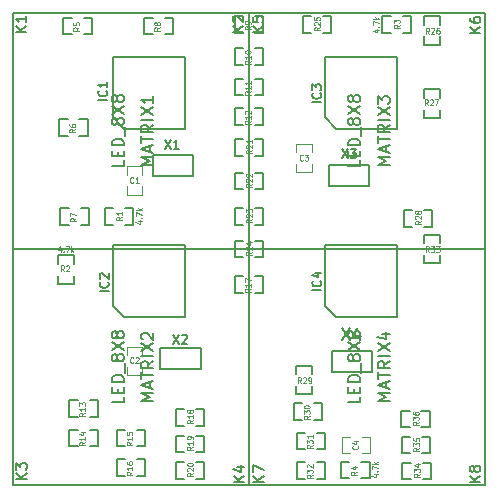
<source format=gto>
G04 (created by PCBNEW (2013-jul-07)-stable) date Thu 09 Apr 2015 12:34:56 PM PDT*
%MOIN*%
G04 Gerber Fmt 3.4, Leading zero omitted, Abs format*
%FSLAX34Y34*%
G01*
G70*
G90*
G04 APERTURE LIST*
%ADD10C,0.00590551*%
%ADD11C,0.008*%
%ADD12C,0.0047*%
%ADD13C,0.006*%
%ADD14C,0.005*%
%ADD15C,0.0045*%
G04 APERTURE END LIST*
G54D10*
G54D11*
X35266Y-35318D02*
X34916Y-35318D01*
X35266Y-35118D02*
X35066Y-35268D01*
X34916Y-35118D02*
X35116Y-35318D01*
X35066Y-34918D02*
X35050Y-34951D01*
X35033Y-34968D01*
X35000Y-34985D01*
X34983Y-34985D01*
X34950Y-34968D01*
X34933Y-34951D01*
X34916Y-34918D01*
X34916Y-34851D01*
X34933Y-34818D01*
X34950Y-34801D01*
X34983Y-34785D01*
X35000Y-34785D01*
X35033Y-34801D01*
X35050Y-34818D01*
X35066Y-34851D01*
X35066Y-34918D01*
X35083Y-34951D01*
X35100Y-34968D01*
X35133Y-34985D01*
X35200Y-34985D01*
X35233Y-34968D01*
X35250Y-34951D01*
X35266Y-34918D01*
X35266Y-34851D01*
X35250Y-34818D01*
X35233Y-34801D01*
X35200Y-34785D01*
X35133Y-34785D01*
X35100Y-34801D01*
X35083Y-34818D01*
X35066Y-34851D01*
X28046Y-35308D02*
X27696Y-35308D01*
X28046Y-35108D02*
X27846Y-35258D01*
X27696Y-35108D02*
X27896Y-35308D01*
X27696Y-34991D02*
X27696Y-34758D01*
X28046Y-34908D01*
X35276Y-20353D02*
X34926Y-20353D01*
X35276Y-20153D02*
X35076Y-20303D01*
X34926Y-20153D02*
X35126Y-20353D01*
X34926Y-19853D02*
X34926Y-19920D01*
X34943Y-19953D01*
X34960Y-19970D01*
X35010Y-20003D01*
X35076Y-20020D01*
X35210Y-20020D01*
X35243Y-20003D01*
X35260Y-19986D01*
X35276Y-19953D01*
X35276Y-19886D01*
X35260Y-19853D01*
X35243Y-19836D01*
X35210Y-19820D01*
X35126Y-19820D01*
X35093Y-19836D01*
X35076Y-19853D01*
X35060Y-19886D01*
X35060Y-19953D01*
X35076Y-19986D01*
X35093Y-20003D01*
X35126Y-20020D01*
X28041Y-20333D02*
X27691Y-20333D01*
X28041Y-20133D02*
X27841Y-20283D01*
X27691Y-20133D02*
X27891Y-20333D01*
X27691Y-19816D02*
X27691Y-19983D01*
X27858Y-20000D01*
X27841Y-19983D01*
X27825Y-19950D01*
X27825Y-19866D01*
X27841Y-19833D01*
X27858Y-19816D01*
X27891Y-19800D01*
X27975Y-19800D01*
X28008Y-19816D01*
X28025Y-19833D01*
X28041Y-19866D01*
X28041Y-19950D01*
X28025Y-19983D01*
X28008Y-20000D01*
X27406Y-35308D02*
X27056Y-35308D01*
X27406Y-35108D02*
X27206Y-35258D01*
X27056Y-35108D02*
X27256Y-35308D01*
X27173Y-34808D02*
X27406Y-34808D01*
X27040Y-34891D02*
X27290Y-34975D01*
X27290Y-34758D01*
X20146Y-35238D02*
X19796Y-35238D01*
X20146Y-35038D02*
X19946Y-35188D01*
X19796Y-35038D02*
X19996Y-35238D01*
X19796Y-34921D02*
X19796Y-34705D01*
X19930Y-34821D01*
X19930Y-34771D01*
X19946Y-34738D01*
X19963Y-34721D01*
X19996Y-34705D01*
X20080Y-34705D01*
X20113Y-34721D01*
X20130Y-34738D01*
X20146Y-34771D01*
X20146Y-34871D01*
X20130Y-34905D01*
X20113Y-34921D01*
X27371Y-20318D02*
X27021Y-20318D01*
X27371Y-20118D02*
X27171Y-20268D01*
X27021Y-20118D02*
X27221Y-20318D01*
X27055Y-19985D02*
X27038Y-19968D01*
X27021Y-19935D01*
X27021Y-19851D01*
X27038Y-19818D01*
X27055Y-19801D01*
X27088Y-19785D01*
X27121Y-19785D01*
X27171Y-19801D01*
X27371Y-20001D01*
X27371Y-19785D01*
X20141Y-20328D02*
X19791Y-20328D01*
X20141Y-20128D02*
X19941Y-20278D01*
X19791Y-20128D02*
X19991Y-20328D01*
X20141Y-19795D02*
X20141Y-19995D01*
X20141Y-19895D02*
X19791Y-19895D01*
X19841Y-19928D01*
X19875Y-19961D01*
X19891Y-19995D01*
G54D12*
X23484Y-25472D02*
X23484Y-25747D01*
X23484Y-25078D02*
X23484Y-24803D01*
X23996Y-25472D02*
X23996Y-25747D01*
X23996Y-24803D02*
X23996Y-25078D01*
X23990Y-25747D02*
X23490Y-25747D01*
X23490Y-24803D02*
X23990Y-24803D01*
G54D11*
X24370Y-24409D02*
X25708Y-24409D01*
X25708Y-24409D02*
X25708Y-25117D01*
X25708Y-25117D02*
X24370Y-25117D01*
X24370Y-25117D02*
X24370Y-24409D01*
X24606Y-30866D02*
X25944Y-30866D01*
X25944Y-30866D02*
X25944Y-31574D01*
X25944Y-31574D02*
X24606Y-31574D01*
X24606Y-31574D02*
X24606Y-30866D01*
X30236Y-24764D02*
X31574Y-24764D01*
X31574Y-24764D02*
X31574Y-25472D01*
X31574Y-25472D02*
X30236Y-25472D01*
X30236Y-25472D02*
X30236Y-24764D01*
X30315Y-30945D02*
X31653Y-30945D01*
X31653Y-30945D02*
X31653Y-31653D01*
X31653Y-31653D02*
X30315Y-31653D01*
X30315Y-31653D02*
X30315Y-30945D01*
G54D12*
X23484Y-31496D02*
X23484Y-31771D01*
X23484Y-31102D02*
X23484Y-30827D01*
X23996Y-31496D02*
X23996Y-31771D01*
X23996Y-30827D02*
X23996Y-31102D01*
X23990Y-31771D02*
X23490Y-31771D01*
X23490Y-30827D02*
X23990Y-30827D01*
G54D13*
X23012Y-23167D02*
X23012Y-21517D01*
X23012Y-21517D02*
X23012Y-21142D01*
X23012Y-21142D02*
X25412Y-21142D01*
X25412Y-21142D02*
X25412Y-23542D01*
X25412Y-23542D02*
X23387Y-23542D01*
X23387Y-23542D02*
X23012Y-23167D01*
X23012Y-29466D02*
X23012Y-27816D01*
X23012Y-27816D02*
X23012Y-27441D01*
X23012Y-27441D02*
X25412Y-27441D01*
X25412Y-27441D02*
X25412Y-29841D01*
X25412Y-29841D02*
X23387Y-29841D01*
X23387Y-29841D02*
X23012Y-29466D01*
X30099Y-23167D02*
X30099Y-21517D01*
X30099Y-21517D02*
X30099Y-21142D01*
X30099Y-21142D02*
X32499Y-21142D01*
X32499Y-21142D02*
X32499Y-23542D01*
X32499Y-23542D02*
X30474Y-23542D01*
X30474Y-23542D02*
X30099Y-23167D01*
X30099Y-29466D02*
X30099Y-27816D01*
X30099Y-27816D02*
X30099Y-27441D01*
X30099Y-27441D02*
X32499Y-27441D01*
X32499Y-27441D02*
X32499Y-29841D01*
X32499Y-29841D02*
X30474Y-29841D01*
X30474Y-29841D02*
X30099Y-29466D01*
G54D12*
X29133Y-24724D02*
X29133Y-24999D01*
X29133Y-24330D02*
X29133Y-24055D01*
X29645Y-24724D02*
X29645Y-24999D01*
X29645Y-24055D02*
X29645Y-24330D01*
X29639Y-24999D02*
X29139Y-24999D01*
X29139Y-24055D02*
X29639Y-24055D01*
X31319Y-34350D02*
X31594Y-34350D01*
X30925Y-34350D02*
X30650Y-34350D01*
X31319Y-33838D02*
X31594Y-33838D01*
X30650Y-33838D02*
X30925Y-33838D01*
X31594Y-33844D02*
X31594Y-34344D01*
X30650Y-34344D02*
X30650Y-33844D01*
G54D14*
X32913Y-32953D02*
X32635Y-32953D01*
X32635Y-32953D02*
X32635Y-33503D01*
X32635Y-33503D02*
X32913Y-33503D01*
X33585Y-32953D02*
X33307Y-32953D01*
X33585Y-32953D02*
X33585Y-33503D01*
X33585Y-33503D02*
X33307Y-33503D01*
X32932Y-33819D02*
X32654Y-33819D01*
X32654Y-33819D02*
X32654Y-34369D01*
X32654Y-34369D02*
X32932Y-34369D01*
X33604Y-33819D02*
X33326Y-33819D01*
X33604Y-33819D02*
X33604Y-34369D01*
X33604Y-34369D02*
X33326Y-34369D01*
X32952Y-34685D02*
X32674Y-34685D01*
X32674Y-34685D02*
X32674Y-35235D01*
X32674Y-35235D02*
X32952Y-35235D01*
X33624Y-34685D02*
X33346Y-34685D01*
X33624Y-34685D02*
X33624Y-35235D01*
X33624Y-35235D02*
X33346Y-35235D01*
X33936Y-27362D02*
X33936Y-27084D01*
X33936Y-27084D02*
X33386Y-27084D01*
X33386Y-27084D02*
X33386Y-27362D01*
X33936Y-28034D02*
X33936Y-27756D01*
X33936Y-28034D02*
X33386Y-28034D01*
X33386Y-28034D02*
X33386Y-27756D01*
X29822Y-35215D02*
X30100Y-35215D01*
X30100Y-35215D02*
X30100Y-34665D01*
X30100Y-34665D02*
X29822Y-34665D01*
X29150Y-35215D02*
X29428Y-35215D01*
X29150Y-35215D02*
X29150Y-34665D01*
X29150Y-34665D02*
X29428Y-34665D01*
X29822Y-34231D02*
X30100Y-34231D01*
X30100Y-34231D02*
X30100Y-33681D01*
X30100Y-33681D02*
X29822Y-33681D01*
X29150Y-34231D02*
X29428Y-34231D01*
X29150Y-34231D02*
X29150Y-33681D01*
X29150Y-33681D02*
X29428Y-33681D01*
X29724Y-33247D02*
X30002Y-33247D01*
X30002Y-33247D02*
X30002Y-32697D01*
X30002Y-32697D02*
X29724Y-32697D01*
X29052Y-33247D02*
X29330Y-33247D01*
X29052Y-33247D02*
X29052Y-32697D01*
X29052Y-32697D02*
X29330Y-32697D01*
X29664Y-31732D02*
X29664Y-31454D01*
X29664Y-31454D02*
X29114Y-31454D01*
X29114Y-31454D02*
X29114Y-31732D01*
X29664Y-32404D02*
X29664Y-32126D01*
X29664Y-32404D02*
X29114Y-32404D01*
X29114Y-32404D02*
X29114Y-32126D01*
X32991Y-26260D02*
X32713Y-26260D01*
X32713Y-26260D02*
X32713Y-26810D01*
X32713Y-26810D02*
X32991Y-26810D01*
X33663Y-26260D02*
X33385Y-26260D01*
X33663Y-26260D02*
X33663Y-26810D01*
X33663Y-26810D02*
X33385Y-26810D01*
X33386Y-22913D02*
X33386Y-23191D01*
X33386Y-23191D02*
X33936Y-23191D01*
X33936Y-23191D02*
X33936Y-22913D01*
X33386Y-22241D02*
X33386Y-22519D01*
X33386Y-22241D02*
X33936Y-22241D01*
X33936Y-22241D02*
X33936Y-22519D01*
X33936Y-20078D02*
X33936Y-19800D01*
X33936Y-19800D02*
X33386Y-19800D01*
X33386Y-19800D02*
X33386Y-20078D01*
X33936Y-20750D02*
X33936Y-20472D01*
X33936Y-20750D02*
X33386Y-20750D01*
X33386Y-20750D02*
X33386Y-20472D01*
X29625Y-19803D02*
X29347Y-19803D01*
X29347Y-19803D02*
X29347Y-20353D01*
X29347Y-20353D02*
X29625Y-20353D01*
X30297Y-19803D02*
X30019Y-19803D01*
X30297Y-19803D02*
X30297Y-20353D01*
X30297Y-20353D02*
X30019Y-20353D01*
X27362Y-27284D02*
X27084Y-27284D01*
X27084Y-27284D02*
X27084Y-27834D01*
X27084Y-27834D02*
X27362Y-27834D01*
X28034Y-27284D02*
X27756Y-27284D01*
X28034Y-27284D02*
X28034Y-27834D01*
X28034Y-27834D02*
X27756Y-27834D01*
X27362Y-26201D02*
X27084Y-26201D01*
X27084Y-26201D02*
X27084Y-26751D01*
X27084Y-26751D02*
X27362Y-26751D01*
X28034Y-26201D02*
X27756Y-26201D01*
X28034Y-26201D02*
X28034Y-26751D01*
X28034Y-26751D02*
X27756Y-26751D01*
X27362Y-25020D02*
X27084Y-25020D01*
X27084Y-25020D02*
X27084Y-25570D01*
X27084Y-25570D02*
X27362Y-25570D01*
X28034Y-25020D02*
X27756Y-25020D01*
X28034Y-25020D02*
X28034Y-25570D01*
X28034Y-25570D02*
X27756Y-25570D01*
X27362Y-23898D02*
X27084Y-23898D01*
X27084Y-23898D02*
X27084Y-24448D01*
X27084Y-24448D02*
X27362Y-24448D01*
X28034Y-23898D02*
X27756Y-23898D01*
X28034Y-23898D02*
X28034Y-24448D01*
X28034Y-24448D02*
X27756Y-24448D01*
X25393Y-34665D02*
X25115Y-34665D01*
X25115Y-34665D02*
X25115Y-35215D01*
X25115Y-35215D02*
X25393Y-35215D01*
X26065Y-34665D02*
X25787Y-34665D01*
X26065Y-34665D02*
X26065Y-35215D01*
X26065Y-35215D02*
X25787Y-35215D01*
X25393Y-33780D02*
X25115Y-33780D01*
X25115Y-33780D02*
X25115Y-34330D01*
X25115Y-34330D02*
X25393Y-34330D01*
X26065Y-33780D02*
X25787Y-33780D01*
X26065Y-33780D02*
X26065Y-34330D01*
X26065Y-34330D02*
X25787Y-34330D01*
X25393Y-32894D02*
X25115Y-32894D01*
X25115Y-32894D02*
X25115Y-33444D01*
X25115Y-33444D02*
X25393Y-33444D01*
X26065Y-32894D02*
X25787Y-32894D01*
X26065Y-32894D02*
X26065Y-33444D01*
X26065Y-33444D02*
X25787Y-33444D01*
X27756Y-29015D02*
X28034Y-29015D01*
X28034Y-29015D02*
X28034Y-28465D01*
X28034Y-28465D02*
X27756Y-28465D01*
X27084Y-29015D02*
X27362Y-29015D01*
X27084Y-29015D02*
X27084Y-28465D01*
X27084Y-28465D02*
X27362Y-28465D01*
X23819Y-35117D02*
X24097Y-35117D01*
X24097Y-35117D02*
X24097Y-34567D01*
X24097Y-34567D02*
X23819Y-34567D01*
X23147Y-35117D02*
X23425Y-35117D01*
X23147Y-35117D02*
X23147Y-34567D01*
X23147Y-34567D02*
X23425Y-34567D01*
X23819Y-34133D02*
X24097Y-34133D01*
X24097Y-34133D02*
X24097Y-33583D01*
X24097Y-33583D02*
X23819Y-33583D01*
X23147Y-34133D02*
X23425Y-34133D01*
X23147Y-34133D02*
X23147Y-33583D01*
X23147Y-33583D02*
X23425Y-33583D01*
X22244Y-34133D02*
X22522Y-34133D01*
X22522Y-34133D02*
X22522Y-33583D01*
X22522Y-33583D02*
X22244Y-33583D01*
X21572Y-34133D02*
X21850Y-34133D01*
X21572Y-34133D02*
X21572Y-33583D01*
X21572Y-33583D02*
X21850Y-33583D01*
X22244Y-33149D02*
X22522Y-33149D01*
X22522Y-33149D02*
X22522Y-32599D01*
X22522Y-32599D02*
X22244Y-32599D01*
X21572Y-33149D02*
X21850Y-33149D01*
X21572Y-33149D02*
X21572Y-32599D01*
X21572Y-32599D02*
X21850Y-32599D01*
X27756Y-23424D02*
X28034Y-23424D01*
X28034Y-23424D02*
X28034Y-22874D01*
X28034Y-22874D02*
X27756Y-22874D01*
X27084Y-23424D02*
X27362Y-23424D01*
X27084Y-23424D02*
X27084Y-22874D01*
X27084Y-22874D02*
X27362Y-22874D01*
X27756Y-22440D02*
X28034Y-22440D01*
X28034Y-22440D02*
X28034Y-21890D01*
X28034Y-21890D02*
X27756Y-21890D01*
X27084Y-22440D02*
X27362Y-22440D01*
X27084Y-22440D02*
X27084Y-21890D01*
X27084Y-21890D02*
X27362Y-21890D01*
X27756Y-21416D02*
X28034Y-21416D01*
X28034Y-21416D02*
X28034Y-20866D01*
X28034Y-20866D02*
X27756Y-20866D01*
X27084Y-21416D02*
X27362Y-21416D01*
X27084Y-21416D02*
X27084Y-20866D01*
X27084Y-20866D02*
X27362Y-20866D01*
X27756Y-20353D02*
X28034Y-20353D01*
X28034Y-20353D02*
X28034Y-19803D01*
X28034Y-19803D02*
X27756Y-19803D01*
X27084Y-20353D02*
X27362Y-20353D01*
X27084Y-20353D02*
X27084Y-19803D01*
X27084Y-19803D02*
X27362Y-19803D01*
X24744Y-20393D02*
X25022Y-20393D01*
X25022Y-20393D02*
X25022Y-19843D01*
X25022Y-19843D02*
X24744Y-19843D01*
X24072Y-20393D02*
X24350Y-20393D01*
X24072Y-20393D02*
X24072Y-19843D01*
X24072Y-19843D02*
X24350Y-19843D01*
X21948Y-26751D02*
X22226Y-26751D01*
X22226Y-26751D02*
X22226Y-26201D01*
X22226Y-26201D02*
X21948Y-26201D01*
X21276Y-26751D02*
X21554Y-26751D01*
X21276Y-26751D02*
X21276Y-26201D01*
X21276Y-26201D02*
X21554Y-26201D01*
X21909Y-23778D02*
X22187Y-23778D01*
X22187Y-23778D02*
X22187Y-23228D01*
X22187Y-23228D02*
X21909Y-23228D01*
X21237Y-23778D02*
X21515Y-23778D01*
X21237Y-23778D02*
X21237Y-23228D01*
X21237Y-23228D02*
X21515Y-23228D01*
X22047Y-20393D02*
X22325Y-20393D01*
X22325Y-20393D02*
X22325Y-19843D01*
X22325Y-19843D02*
X22047Y-19843D01*
X21375Y-20393D02*
X21653Y-20393D01*
X21375Y-20393D02*
X21375Y-19843D01*
X21375Y-19843D02*
X21653Y-19843D01*
X31299Y-35196D02*
X31577Y-35196D01*
X31577Y-35196D02*
X31577Y-34646D01*
X31577Y-34646D02*
X31299Y-34646D01*
X30627Y-35196D02*
X30905Y-35196D01*
X30627Y-35196D02*
X30627Y-34646D01*
X30627Y-34646D02*
X30905Y-34646D01*
X32283Y-19803D02*
X32005Y-19803D01*
X32005Y-19803D02*
X32005Y-20353D01*
X32005Y-20353D02*
X32283Y-20353D01*
X32955Y-19803D02*
X32677Y-19803D01*
X32955Y-19803D02*
X32955Y-20353D01*
X32955Y-20353D02*
X32677Y-20353D01*
X21181Y-28445D02*
X21181Y-28723D01*
X21181Y-28723D02*
X21731Y-28723D01*
X21731Y-28723D02*
X21731Y-28445D01*
X21181Y-27773D02*
X21181Y-28051D01*
X21181Y-27773D02*
X21731Y-27773D01*
X21731Y-27773D02*
X21731Y-28051D01*
X23031Y-26201D02*
X22753Y-26201D01*
X22753Y-26201D02*
X22753Y-26751D01*
X22753Y-26751D02*
X23031Y-26751D01*
X23703Y-26201D02*
X23425Y-26201D01*
X23703Y-26201D02*
X23703Y-26751D01*
X23703Y-26751D02*
X23425Y-26751D01*
G54D10*
X31496Y-27559D02*
X35433Y-27559D01*
X35433Y-27559D02*
X35433Y-35433D01*
X35433Y-35433D02*
X27559Y-35433D01*
X27559Y-35433D02*
X27559Y-27559D01*
X27559Y-27559D02*
X31692Y-27559D01*
X31496Y-19685D02*
X35433Y-19685D01*
X35433Y-19685D02*
X35433Y-27559D01*
X35433Y-27559D02*
X27559Y-27559D01*
X27559Y-27559D02*
X27559Y-19685D01*
X27559Y-19685D02*
X31692Y-19685D01*
X23622Y-27559D02*
X27559Y-27559D01*
X27559Y-27559D02*
X27559Y-35433D01*
X27559Y-35433D02*
X19685Y-35433D01*
X19685Y-35433D02*
X19685Y-27559D01*
X19685Y-27559D02*
X23818Y-27559D01*
X23622Y-19685D02*
X27559Y-19685D01*
X27559Y-19685D02*
X27559Y-27559D01*
X27559Y-27559D02*
X19685Y-27559D01*
X19685Y-27559D02*
X19685Y-19685D01*
X19685Y-19685D02*
X23818Y-19685D01*
G54D15*
X23710Y-25337D02*
X23701Y-25347D01*
X23675Y-25356D01*
X23658Y-25356D01*
X23633Y-25347D01*
X23615Y-25327D01*
X23607Y-25308D01*
X23598Y-25270D01*
X23598Y-25242D01*
X23607Y-25204D01*
X23615Y-25185D01*
X23633Y-25166D01*
X23658Y-25156D01*
X23675Y-25156D01*
X23701Y-25166D01*
X23710Y-25175D01*
X23881Y-25356D02*
X23778Y-25356D01*
X23830Y-25356D02*
X23830Y-25156D01*
X23813Y-25185D01*
X23795Y-25204D01*
X23778Y-25213D01*
G54D13*
X24757Y-23915D02*
X24957Y-24215D01*
X24957Y-23915D02*
X24757Y-24215D01*
X25228Y-24215D02*
X25057Y-24215D01*
X25142Y-24215D02*
X25142Y-23915D01*
X25114Y-23958D01*
X25085Y-23987D01*
X25057Y-24001D01*
X25032Y-30411D02*
X25232Y-30711D01*
X25232Y-30411D02*
X25032Y-30711D01*
X25332Y-30440D02*
X25347Y-30426D01*
X25375Y-30411D01*
X25447Y-30411D01*
X25475Y-30426D01*
X25489Y-30440D01*
X25504Y-30469D01*
X25504Y-30497D01*
X25489Y-30540D01*
X25318Y-30711D01*
X25504Y-30711D01*
X30662Y-24230D02*
X30862Y-24530D01*
X30862Y-24230D02*
X30662Y-24530D01*
X30948Y-24230D02*
X31134Y-24230D01*
X31034Y-24345D01*
X31076Y-24345D01*
X31105Y-24359D01*
X31119Y-24373D01*
X31134Y-24402D01*
X31134Y-24473D01*
X31119Y-24502D01*
X31105Y-24516D01*
X31076Y-24530D01*
X30991Y-24530D01*
X30962Y-24516D01*
X30948Y-24502D01*
G54D11*
X30660Y-30195D02*
X30927Y-30595D01*
X30927Y-30195D02*
X30660Y-30595D01*
X31250Y-30328D02*
X31250Y-30595D01*
X31155Y-30176D02*
X31060Y-30461D01*
X31308Y-30461D01*
G54D15*
X23710Y-31341D02*
X23701Y-31350D01*
X23675Y-31360D01*
X23658Y-31360D01*
X23633Y-31350D01*
X23615Y-31331D01*
X23607Y-31312D01*
X23598Y-31274D01*
X23598Y-31246D01*
X23607Y-31208D01*
X23615Y-31189D01*
X23633Y-31170D01*
X23658Y-31160D01*
X23675Y-31160D01*
X23701Y-31170D01*
X23710Y-31179D01*
X23778Y-31179D02*
X23787Y-31170D01*
X23804Y-31160D01*
X23847Y-31160D01*
X23864Y-31170D01*
X23873Y-31179D01*
X23881Y-31198D01*
X23881Y-31217D01*
X23873Y-31246D01*
X23770Y-31360D01*
X23881Y-31360D01*
G54D13*
X22837Y-22596D02*
X22537Y-22596D01*
X22809Y-22281D02*
X22823Y-22296D01*
X22837Y-22338D01*
X22837Y-22367D01*
X22823Y-22410D01*
X22795Y-22438D01*
X22766Y-22453D01*
X22709Y-22467D01*
X22666Y-22467D01*
X22609Y-22453D01*
X22580Y-22438D01*
X22552Y-22410D01*
X22537Y-22367D01*
X22537Y-22338D01*
X22552Y-22296D01*
X22566Y-22281D01*
X22837Y-21996D02*
X22837Y-22167D01*
X22837Y-22081D02*
X22537Y-22081D01*
X22580Y-22110D01*
X22609Y-22138D01*
X22623Y-22167D01*
X22877Y-28973D02*
X22577Y-28973D01*
X22848Y-28659D02*
X22863Y-28673D01*
X22877Y-28716D01*
X22877Y-28745D01*
X22863Y-28788D01*
X22834Y-28816D01*
X22805Y-28831D01*
X22748Y-28845D01*
X22705Y-28845D01*
X22648Y-28831D01*
X22620Y-28816D01*
X22591Y-28788D01*
X22577Y-28745D01*
X22577Y-28716D01*
X22591Y-28673D01*
X22605Y-28659D01*
X22605Y-28545D02*
X22591Y-28531D01*
X22577Y-28502D01*
X22577Y-28431D01*
X22591Y-28402D01*
X22605Y-28388D01*
X22634Y-28373D01*
X22663Y-28373D01*
X22705Y-28388D01*
X22877Y-28559D01*
X22877Y-28373D01*
X29963Y-22674D02*
X29663Y-22674D01*
X29935Y-22360D02*
X29949Y-22374D01*
X29963Y-22417D01*
X29963Y-22446D01*
X29949Y-22489D01*
X29921Y-22517D01*
X29892Y-22531D01*
X29835Y-22546D01*
X29792Y-22546D01*
X29735Y-22531D01*
X29706Y-22517D01*
X29678Y-22489D01*
X29663Y-22446D01*
X29663Y-22417D01*
X29678Y-22374D01*
X29692Y-22360D01*
X29663Y-22260D02*
X29663Y-22074D01*
X29778Y-22174D01*
X29778Y-22131D01*
X29792Y-22103D01*
X29806Y-22089D01*
X29835Y-22074D01*
X29906Y-22074D01*
X29935Y-22089D01*
X29949Y-22103D01*
X29963Y-22131D01*
X29963Y-22217D01*
X29949Y-22246D01*
X29935Y-22260D01*
X29963Y-28934D02*
X29663Y-28934D01*
X29935Y-28620D02*
X29949Y-28634D01*
X29963Y-28677D01*
X29963Y-28706D01*
X29949Y-28748D01*
X29921Y-28777D01*
X29892Y-28791D01*
X29835Y-28806D01*
X29792Y-28806D01*
X29735Y-28791D01*
X29706Y-28777D01*
X29678Y-28748D01*
X29663Y-28706D01*
X29663Y-28677D01*
X29678Y-28634D01*
X29692Y-28620D01*
X29763Y-28363D02*
X29963Y-28363D01*
X29649Y-28434D02*
X29863Y-28506D01*
X29863Y-28320D01*
G54D15*
X29359Y-24589D02*
X29351Y-24598D01*
X29325Y-24608D01*
X29308Y-24608D01*
X29282Y-24598D01*
X29265Y-24579D01*
X29256Y-24560D01*
X29248Y-24522D01*
X29248Y-24494D01*
X29256Y-24456D01*
X29265Y-24437D01*
X29282Y-24418D01*
X29308Y-24408D01*
X29325Y-24408D01*
X29351Y-24418D01*
X29359Y-24427D01*
X29419Y-24408D02*
X29531Y-24408D01*
X29471Y-24484D01*
X29496Y-24484D01*
X29514Y-24494D01*
X29522Y-24503D01*
X29531Y-24522D01*
X29531Y-24570D01*
X29522Y-24589D01*
X29514Y-24598D01*
X29496Y-24608D01*
X29445Y-24608D01*
X29428Y-24598D01*
X29419Y-24589D01*
X31183Y-34124D02*
X31193Y-34133D01*
X31202Y-34158D01*
X31202Y-34175D01*
X31193Y-34201D01*
X31174Y-34218D01*
X31155Y-34227D01*
X31117Y-34235D01*
X31088Y-34235D01*
X31050Y-34227D01*
X31031Y-34218D01*
X31012Y-34201D01*
X31002Y-34175D01*
X31002Y-34158D01*
X31012Y-34133D01*
X31022Y-34124D01*
X31069Y-33970D02*
X31202Y-33970D01*
X30993Y-34013D02*
X31136Y-34055D01*
X31136Y-33944D01*
X33214Y-33319D02*
X33121Y-33379D01*
X33214Y-33421D02*
X33017Y-33421D01*
X33017Y-33353D01*
X33027Y-33336D01*
X33036Y-33327D01*
X33055Y-33319D01*
X33083Y-33319D01*
X33102Y-33327D01*
X33111Y-33336D01*
X33121Y-33353D01*
X33121Y-33421D01*
X33017Y-33259D02*
X33017Y-33147D01*
X33093Y-33207D01*
X33093Y-33181D01*
X33102Y-33164D01*
X33111Y-33156D01*
X33130Y-33147D01*
X33177Y-33147D01*
X33196Y-33156D01*
X33205Y-33164D01*
X33214Y-33181D01*
X33214Y-33233D01*
X33205Y-33250D01*
X33196Y-33259D01*
X33017Y-32993D02*
X33017Y-33027D01*
X33027Y-33044D01*
X33036Y-33053D01*
X33064Y-33070D01*
X33102Y-33079D01*
X33177Y-33079D01*
X33196Y-33070D01*
X33205Y-33061D01*
X33214Y-33044D01*
X33214Y-33010D01*
X33205Y-32993D01*
X33196Y-32984D01*
X33177Y-32976D01*
X33130Y-32976D01*
X33111Y-32984D01*
X33102Y-32993D01*
X33093Y-33010D01*
X33093Y-33044D01*
X33102Y-33061D01*
X33111Y-33070D01*
X33130Y-33079D01*
X33234Y-34185D02*
X33140Y-34245D01*
X33234Y-34288D02*
X33037Y-34288D01*
X33037Y-34219D01*
X33047Y-34202D01*
X33056Y-34193D01*
X33075Y-34185D01*
X33103Y-34185D01*
X33122Y-34193D01*
X33131Y-34202D01*
X33140Y-34219D01*
X33140Y-34288D01*
X33037Y-34125D02*
X33037Y-34013D01*
X33112Y-34073D01*
X33112Y-34048D01*
X33122Y-34030D01*
X33131Y-34022D01*
X33150Y-34013D01*
X33197Y-34013D01*
X33215Y-34022D01*
X33225Y-34030D01*
X33234Y-34048D01*
X33234Y-34099D01*
X33225Y-34116D01*
X33215Y-34125D01*
X33037Y-33850D02*
X33037Y-33936D01*
X33131Y-33945D01*
X33122Y-33936D01*
X33112Y-33919D01*
X33112Y-33876D01*
X33122Y-33859D01*
X33131Y-33850D01*
X33150Y-33842D01*
X33197Y-33842D01*
X33215Y-33850D01*
X33225Y-33859D01*
X33234Y-33876D01*
X33234Y-33919D01*
X33225Y-33936D01*
X33215Y-33945D01*
X33254Y-35051D02*
X33160Y-35111D01*
X33254Y-35154D02*
X33057Y-35154D01*
X33057Y-35085D01*
X33066Y-35068D01*
X33076Y-35059D01*
X33094Y-35051D01*
X33123Y-35051D01*
X33141Y-35059D01*
X33151Y-35068D01*
X33160Y-35085D01*
X33160Y-35154D01*
X33057Y-34991D02*
X33057Y-34879D01*
X33132Y-34939D01*
X33132Y-34914D01*
X33141Y-34897D01*
X33151Y-34888D01*
X33169Y-34879D01*
X33216Y-34879D01*
X33235Y-34888D01*
X33244Y-34897D01*
X33254Y-34914D01*
X33254Y-34965D01*
X33244Y-34982D01*
X33235Y-34991D01*
X33123Y-34725D02*
X33254Y-34725D01*
X33047Y-34768D02*
X33188Y-34811D01*
X33188Y-34699D01*
X33570Y-27663D02*
X33510Y-27569D01*
X33467Y-27663D02*
X33467Y-27466D01*
X33536Y-27466D01*
X33553Y-27476D01*
X33562Y-27485D01*
X33570Y-27504D01*
X33570Y-27532D01*
X33562Y-27551D01*
X33553Y-27560D01*
X33536Y-27569D01*
X33467Y-27569D01*
X33630Y-27466D02*
X33742Y-27466D01*
X33682Y-27541D01*
X33707Y-27541D01*
X33724Y-27551D01*
X33733Y-27560D01*
X33742Y-27579D01*
X33742Y-27626D01*
X33733Y-27645D01*
X33724Y-27654D01*
X33707Y-27663D01*
X33656Y-27663D01*
X33639Y-27654D01*
X33630Y-27645D01*
X33802Y-27466D02*
X33913Y-27466D01*
X33853Y-27541D01*
X33879Y-27541D01*
X33896Y-27551D01*
X33904Y-27560D01*
X33913Y-27579D01*
X33913Y-27626D01*
X33904Y-27645D01*
X33896Y-27654D01*
X33879Y-27663D01*
X33827Y-27663D01*
X33810Y-27654D01*
X33802Y-27645D01*
X29680Y-35081D02*
X29586Y-35141D01*
X29680Y-35184D02*
X29483Y-35184D01*
X29483Y-35115D01*
X29493Y-35098D01*
X29502Y-35090D01*
X29521Y-35081D01*
X29549Y-35081D01*
X29568Y-35090D01*
X29577Y-35098D01*
X29586Y-35115D01*
X29586Y-35184D01*
X29483Y-35021D02*
X29483Y-34910D01*
X29558Y-34970D01*
X29558Y-34944D01*
X29568Y-34927D01*
X29577Y-34918D01*
X29596Y-34910D01*
X29643Y-34910D01*
X29661Y-34918D01*
X29671Y-34927D01*
X29680Y-34944D01*
X29680Y-34995D01*
X29671Y-35013D01*
X29661Y-35021D01*
X29502Y-34841D02*
X29493Y-34833D01*
X29483Y-34815D01*
X29483Y-34773D01*
X29493Y-34755D01*
X29502Y-34747D01*
X29521Y-34738D01*
X29540Y-34738D01*
X29568Y-34747D01*
X29680Y-34850D01*
X29680Y-34738D01*
X29680Y-34097D02*
X29586Y-34157D01*
X29680Y-34200D02*
X29483Y-34200D01*
X29483Y-34131D01*
X29493Y-34114D01*
X29502Y-34105D01*
X29521Y-34097D01*
X29549Y-34097D01*
X29568Y-34105D01*
X29577Y-34114D01*
X29586Y-34131D01*
X29586Y-34200D01*
X29483Y-34037D02*
X29483Y-33925D01*
X29558Y-33985D01*
X29558Y-33960D01*
X29568Y-33943D01*
X29577Y-33934D01*
X29596Y-33925D01*
X29643Y-33925D01*
X29661Y-33934D01*
X29671Y-33943D01*
X29680Y-33960D01*
X29680Y-34011D01*
X29671Y-34028D01*
X29661Y-34037D01*
X29680Y-33754D02*
X29680Y-33857D01*
X29680Y-33805D02*
X29483Y-33805D01*
X29511Y-33823D01*
X29530Y-33840D01*
X29540Y-33857D01*
X29582Y-33113D02*
X29488Y-33173D01*
X29582Y-33216D02*
X29385Y-33216D01*
X29385Y-33147D01*
X29394Y-33130D01*
X29404Y-33121D01*
X29422Y-33113D01*
X29450Y-33113D01*
X29469Y-33121D01*
X29479Y-33130D01*
X29488Y-33147D01*
X29488Y-33216D01*
X29385Y-33053D02*
X29385Y-32941D01*
X29460Y-33001D01*
X29460Y-32976D01*
X29469Y-32958D01*
X29479Y-32950D01*
X29497Y-32941D01*
X29544Y-32941D01*
X29563Y-32950D01*
X29572Y-32958D01*
X29582Y-32976D01*
X29582Y-33027D01*
X29572Y-33044D01*
X29563Y-33053D01*
X29385Y-32830D02*
X29385Y-32813D01*
X29394Y-32796D01*
X29404Y-32787D01*
X29422Y-32778D01*
X29460Y-32770D01*
X29507Y-32770D01*
X29544Y-32778D01*
X29563Y-32787D01*
X29572Y-32796D01*
X29582Y-32813D01*
X29582Y-32830D01*
X29572Y-32847D01*
X29563Y-32856D01*
X29544Y-32864D01*
X29507Y-32873D01*
X29460Y-32873D01*
X29422Y-32864D01*
X29404Y-32856D01*
X29394Y-32847D01*
X29385Y-32830D01*
X29299Y-32033D02*
X29239Y-31940D01*
X29196Y-32033D02*
X29196Y-31836D01*
X29264Y-31836D01*
X29281Y-31846D01*
X29290Y-31855D01*
X29299Y-31874D01*
X29299Y-31902D01*
X29290Y-31921D01*
X29281Y-31930D01*
X29264Y-31940D01*
X29196Y-31940D01*
X29367Y-31855D02*
X29376Y-31846D01*
X29393Y-31836D01*
X29436Y-31836D01*
X29453Y-31846D01*
X29461Y-31855D01*
X29470Y-31874D01*
X29470Y-31893D01*
X29461Y-31921D01*
X29359Y-32033D01*
X29470Y-32033D01*
X29556Y-32033D02*
X29590Y-32033D01*
X29607Y-32024D01*
X29616Y-32015D01*
X29633Y-31986D01*
X29641Y-31949D01*
X29641Y-31874D01*
X29633Y-31855D01*
X29624Y-31846D01*
X29607Y-31836D01*
X29573Y-31836D01*
X29556Y-31846D01*
X29547Y-31855D01*
X29539Y-31874D01*
X29539Y-31921D01*
X29547Y-31940D01*
X29556Y-31949D01*
X29573Y-31958D01*
X29607Y-31958D01*
X29624Y-31949D01*
X29633Y-31940D01*
X29641Y-31921D01*
X33293Y-26626D02*
X33199Y-26686D01*
X33293Y-26729D02*
X33096Y-26729D01*
X33096Y-26660D01*
X33106Y-26643D01*
X33115Y-26634D01*
X33134Y-26626D01*
X33162Y-26626D01*
X33181Y-26634D01*
X33190Y-26643D01*
X33199Y-26660D01*
X33199Y-26729D01*
X33115Y-26557D02*
X33106Y-26549D01*
X33096Y-26531D01*
X33096Y-26489D01*
X33106Y-26471D01*
X33115Y-26463D01*
X33134Y-26454D01*
X33153Y-26454D01*
X33181Y-26463D01*
X33293Y-26566D01*
X33293Y-26454D01*
X33181Y-26351D02*
X33171Y-26369D01*
X33162Y-26377D01*
X33143Y-26386D01*
X33134Y-26386D01*
X33115Y-26377D01*
X33106Y-26369D01*
X33096Y-26351D01*
X33096Y-26317D01*
X33106Y-26300D01*
X33115Y-26291D01*
X33134Y-26283D01*
X33143Y-26283D01*
X33162Y-26291D01*
X33171Y-26300D01*
X33181Y-26317D01*
X33181Y-26351D01*
X33190Y-26369D01*
X33199Y-26377D01*
X33218Y-26386D01*
X33256Y-26386D01*
X33274Y-26377D01*
X33284Y-26369D01*
X33293Y-26351D01*
X33293Y-26317D01*
X33284Y-26300D01*
X33274Y-26291D01*
X33256Y-26283D01*
X33218Y-26283D01*
X33199Y-26291D01*
X33190Y-26300D01*
X33181Y-26317D01*
X33520Y-22771D02*
X33460Y-22677D01*
X33417Y-22771D02*
X33417Y-22574D01*
X33486Y-22574D01*
X33503Y-22583D01*
X33512Y-22593D01*
X33520Y-22611D01*
X33520Y-22639D01*
X33512Y-22658D01*
X33503Y-22668D01*
X33486Y-22677D01*
X33417Y-22677D01*
X33589Y-22593D02*
X33597Y-22583D01*
X33614Y-22574D01*
X33657Y-22574D01*
X33674Y-22583D01*
X33683Y-22593D01*
X33692Y-22611D01*
X33692Y-22630D01*
X33683Y-22658D01*
X33580Y-22771D01*
X33692Y-22771D01*
X33752Y-22574D02*
X33872Y-22574D01*
X33794Y-22771D01*
X33570Y-20380D02*
X33510Y-20286D01*
X33467Y-20380D02*
X33467Y-20183D01*
X33536Y-20183D01*
X33553Y-20192D01*
X33562Y-20202D01*
X33570Y-20220D01*
X33570Y-20248D01*
X33562Y-20267D01*
X33553Y-20277D01*
X33536Y-20286D01*
X33467Y-20286D01*
X33639Y-20202D02*
X33647Y-20192D01*
X33664Y-20183D01*
X33707Y-20183D01*
X33724Y-20192D01*
X33733Y-20202D01*
X33742Y-20220D01*
X33742Y-20239D01*
X33733Y-20267D01*
X33630Y-20380D01*
X33742Y-20380D01*
X33896Y-20183D02*
X33862Y-20183D01*
X33844Y-20192D01*
X33836Y-20202D01*
X33819Y-20230D01*
X33810Y-20267D01*
X33810Y-20342D01*
X33819Y-20361D01*
X33827Y-20370D01*
X33844Y-20380D01*
X33879Y-20380D01*
X33896Y-20370D01*
X33904Y-20361D01*
X33913Y-20342D01*
X33913Y-20295D01*
X33904Y-20277D01*
X33896Y-20267D01*
X33879Y-20258D01*
X33844Y-20258D01*
X33827Y-20267D01*
X33819Y-20277D01*
X33810Y-20295D01*
X29927Y-20169D02*
X29833Y-20229D01*
X29927Y-20272D02*
X29730Y-20272D01*
X29730Y-20203D01*
X29739Y-20186D01*
X29749Y-20178D01*
X29768Y-20169D01*
X29796Y-20169D01*
X29815Y-20178D01*
X29824Y-20186D01*
X29833Y-20203D01*
X29833Y-20272D01*
X29749Y-20100D02*
X29739Y-20092D01*
X29730Y-20075D01*
X29730Y-20032D01*
X29739Y-20015D01*
X29749Y-20006D01*
X29768Y-19998D01*
X29786Y-19998D01*
X29815Y-20006D01*
X29927Y-20109D01*
X29927Y-19998D01*
X29730Y-19835D02*
X29730Y-19920D01*
X29824Y-19929D01*
X29815Y-19920D01*
X29805Y-19903D01*
X29805Y-19860D01*
X29815Y-19843D01*
X29824Y-19835D01*
X29843Y-19826D01*
X29890Y-19826D01*
X29908Y-19835D01*
X29918Y-19843D01*
X29927Y-19860D01*
X29927Y-19903D01*
X29918Y-19920D01*
X29908Y-19929D01*
X27663Y-27649D02*
X27569Y-27709D01*
X27663Y-27752D02*
X27466Y-27752D01*
X27466Y-27684D01*
X27476Y-27666D01*
X27485Y-27658D01*
X27504Y-27649D01*
X27532Y-27649D01*
X27551Y-27658D01*
X27560Y-27666D01*
X27569Y-27684D01*
X27569Y-27752D01*
X27485Y-27581D02*
X27476Y-27572D01*
X27466Y-27555D01*
X27466Y-27512D01*
X27476Y-27495D01*
X27485Y-27486D01*
X27504Y-27478D01*
X27523Y-27478D01*
X27551Y-27486D01*
X27663Y-27589D01*
X27663Y-27478D01*
X27532Y-27324D02*
X27663Y-27324D01*
X27457Y-27366D02*
X27598Y-27409D01*
X27598Y-27298D01*
X27663Y-26567D02*
X27569Y-26627D01*
X27663Y-26669D02*
X27466Y-26669D01*
X27466Y-26601D01*
X27476Y-26584D01*
X27485Y-26575D01*
X27504Y-26567D01*
X27532Y-26567D01*
X27551Y-26575D01*
X27560Y-26584D01*
X27569Y-26601D01*
X27569Y-26669D01*
X27485Y-26498D02*
X27476Y-26489D01*
X27466Y-26472D01*
X27466Y-26429D01*
X27476Y-26412D01*
X27485Y-26404D01*
X27504Y-26395D01*
X27523Y-26395D01*
X27551Y-26404D01*
X27663Y-26507D01*
X27663Y-26395D01*
X27466Y-26335D02*
X27466Y-26224D01*
X27541Y-26284D01*
X27541Y-26258D01*
X27551Y-26241D01*
X27560Y-26232D01*
X27579Y-26224D01*
X27626Y-26224D01*
X27645Y-26232D01*
X27654Y-26241D01*
X27663Y-26258D01*
X27663Y-26309D01*
X27654Y-26327D01*
X27645Y-26335D01*
X27663Y-25385D02*
X27569Y-25445D01*
X27663Y-25488D02*
X27466Y-25488D01*
X27466Y-25420D01*
X27476Y-25403D01*
X27485Y-25394D01*
X27504Y-25385D01*
X27532Y-25385D01*
X27551Y-25394D01*
X27560Y-25403D01*
X27569Y-25420D01*
X27569Y-25488D01*
X27485Y-25317D02*
X27476Y-25308D01*
X27466Y-25291D01*
X27466Y-25248D01*
X27476Y-25231D01*
X27485Y-25223D01*
X27504Y-25214D01*
X27523Y-25214D01*
X27551Y-25223D01*
X27663Y-25325D01*
X27663Y-25214D01*
X27485Y-25145D02*
X27476Y-25137D01*
X27466Y-25120D01*
X27466Y-25077D01*
X27476Y-25060D01*
X27485Y-25051D01*
X27504Y-25043D01*
X27523Y-25043D01*
X27551Y-25051D01*
X27663Y-25154D01*
X27663Y-25043D01*
X27663Y-24263D02*
X27569Y-24323D01*
X27663Y-24366D02*
X27466Y-24366D01*
X27466Y-24298D01*
X27476Y-24281D01*
X27485Y-24272D01*
X27504Y-24263D01*
X27532Y-24263D01*
X27551Y-24272D01*
X27560Y-24281D01*
X27569Y-24298D01*
X27569Y-24366D01*
X27485Y-24195D02*
X27476Y-24186D01*
X27466Y-24169D01*
X27466Y-24126D01*
X27476Y-24109D01*
X27485Y-24101D01*
X27504Y-24092D01*
X27523Y-24092D01*
X27551Y-24101D01*
X27663Y-24203D01*
X27663Y-24092D01*
X27663Y-23921D02*
X27663Y-24023D01*
X27663Y-23972D02*
X27466Y-23972D01*
X27494Y-23989D01*
X27513Y-24006D01*
X27523Y-24023D01*
X25695Y-35031D02*
X25601Y-35091D01*
X25695Y-35134D02*
X25498Y-35134D01*
X25498Y-35065D01*
X25507Y-35048D01*
X25517Y-35040D01*
X25535Y-35031D01*
X25563Y-35031D01*
X25582Y-35040D01*
X25592Y-35048D01*
X25601Y-35065D01*
X25601Y-35134D01*
X25517Y-34963D02*
X25507Y-34954D01*
X25498Y-34937D01*
X25498Y-34894D01*
X25507Y-34877D01*
X25517Y-34868D01*
X25535Y-34860D01*
X25554Y-34860D01*
X25582Y-34868D01*
X25695Y-34971D01*
X25695Y-34860D01*
X25498Y-34748D02*
X25498Y-34731D01*
X25507Y-34714D01*
X25517Y-34705D01*
X25535Y-34697D01*
X25573Y-34688D01*
X25620Y-34688D01*
X25657Y-34697D01*
X25676Y-34705D01*
X25685Y-34714D01*
X25695Y-34731D01*
X25695Y-34748D01*
X25685Y-34765D01*
X25676Y-34774D01*
X25657Y-34783D01*
X25620Y-34791D01*
X25573Y-34791D01*
X25535Y-34783D01*
X25517Y-34774D01*
X25507Y-34765D01*
X25498Y-34748D01*
X25695Y-34145D02*
X25601Y-34205D01*
X25695Y-34248D02*
X25498Y-34248D01*
X25498Y-34180D01*
X25507Y-34162D01*
X25517Y-34154D01*
X25535Y-34145D01*
X25563Y-34145D01*
X25582Y-34154D01*
X25592Y-34162D01*
X25601Y-34180D01*
X25601Y-34248D01*
X25695Y-33974D02*
X25695Y-34077D01*
X25695Y-34025D02*
X25498Y-34025D01*
X25526Y-34042D01*
X25545Y-34060D01*
X25554Y-34077D01*
X25695Y-33888D02*
X25695Y-33854D01*
X25685Y-33837D01*
X25676Y-33828D01*
X25648Y-33811D01*
X25610Y-33802D01*
X25535Y-33802D01*
X25517Y-33811D01*
X25507Y-33820D01*
X25498Y-33837D01*
X25498Y-33871D01*
X25507Y-33888D01*
X25517Y-33897D01*
X25535Y-33905D01*
X25582Y-33905D01*
X25601Y-33897D01*
X25610Y-33888D01*
X25620Y-33871D01*
X25620Y-33837D01*
X25610Y-33820D01*
X25601Y-33811D01*
X25582Y-33802D01*
X25695Y-33260D02*
X25601Y-33320D01*
X25695Y-33362D02*
X25498Y-33362D01*
X25498Y-33294D01*
X25507Y-33277D01*
X25517Y-33268D01*
X25535Y-33260D01*
X25563Y-33260D01*
X25582Y-33268D01*
X25592Y-33277D01*
X25601Y-33294D01*
X25601Y-33362D01*
X25695Y-33088D02*
X25695Y-33191D01*
X25695Y-33140D02*
X25498Y-33140D01*
X25526Y-33157D01*
X25545Y-33174D01*
X25554Y-33191D01*
X25582Y-32985D02*
X25573Y-33002D01*
X25563Y-33011D01*
X25545Y-33020D01*
X25535Y-33020D01*
X25517Y-33011D01*
X25507Y-33002D01*
X25498Y-32985D01*
X25498Y-32951D01*
X25507Y-32934D01*
X25517Y-32925D01*
X25535Y-32917D01*
X25545Y-32917D01*
X25563Y-32925D01*
X25573Y-32934D01*
X25582Y-32951D01*
X25582Y-32985D01*
X25592Y-33002D01*
X25601Y-33011D01*
X25620Y-33020D01*
X25657Y-33020D01*
X25676Y-33011D01*
X25685Y-33002D01*
X25695Y-32985D01*
X25695Y-32951D01*
X25685Y-32934D01*
X25676Y-32925D01*
X25657Y-32917D01*
X25620Y-32917D01*
X25601Y-32925D01*
X25592Y-32934D01*
X25582Y-32951D01*
X27613Y-28880D02*
X27519Y-28940D01*
X27613Y-28983D02*
X27416Y-28983D01*
X27416Y-28915D01*
X27426Y-28898D01*
X27435Y-28889D01*
X27454Y-28880D01*
X27482Y-28880D01*
X27501Y-28889D01*
X27510Y-28898D01*
X27519Y-28915D01*
X27519Y-28983D01*
X27613Y-28709D02*
X27613Y-28812D01*
X27613Y-28760D02*
X27416Y-28760D01*
X27444Y-28778D01*
X27463Y-28795D01*
X27473Y-28812D01*
X27416Y-28649D02*
X27416Y-28529D01*
X27613Y-28606D01*
X23676Y-34983D02*
X23582Y-35043D01*
X23676Y-35086D02*
X23479Y-35086D01*
X23479Y-35017D01*
X23489Y-35000D01*
X23498Y-34991D01*
X23517Y-34983D01*
X23545Y-34983D01*
X23564Y-34991D01*
X23573Y-35000D01*
X23582Y-35017D01*
X23582Y-35086D01*
X23676Y-34811D02*
X23676Y-34914D01*
X23676Y-34863D02*
X23479Y-34863D01*
X23507Y-34880D01*
X23526Y-34897D01*
X23536Y-34914D01*
X23479Y-34657D02*
X23479Y-34691D01*
X23489Y-34708D01*
X23498Y-34717D01*
X23526Y-34734D01*
X23564Y-34743D01*
X23639Y-34743D01*
X23658Y-34734D01*
X23667Y-34726D01*
X23676Y-34708D01*
X23676Y-34674D01*
X23667Y-34657D01*
X23658Y-34648D01*
X23639Y-34640D01*
X23592Y-34640D01*
X23573Y-34648D01*
X23564Y-34657D01*
X23554Y-34674D01*
X23554Y-34708D01*
X23564Y-34726D01*
X23573Y-34734D01*
X23592Y-34743D01*
X23676Y-33998D02*
X23582Y-34058D01*
X23676Y-34101D02*
X23479Y-34101D01*
X23479Y-34033D01*
X23489Y-34016D01*
X23498Y-34007D01*
X23517Y-33998D01*
X23545Y-33998D01*
X23564Y-34007D01*
X23573Y-34016D01*
X23582Y-34033D01*
X23582Y-34101D01*
X23676Y-33827D02*
X23676Y-33930D01*
X23676Y-33878D02*
X23479Y-33878D01*
X23507Y-33896D01*
X23526Y-33913D01*
X23536Y-33930D01*
X23479Y-33664D02*
X23479Y-33750D01*
X23573Y-33758D01*
X23564Y-33750D01*
X23554Y-33733D01*
X23554Y-33690D01*
X23564Y-33673D01*
X23573Y-33664D01*
X23592Y-33656D01*
X23639Y-33656D01*
X23658Y-33664D01*
X23667Y-33673D01*
X23676Y-33690D01*
X23676Y-33733D01*
X23667Y-33750D01*
X23658Y-33758D01*
X22101Y-33998D02*
X22008Y-34058D01*
X22101Y-34101D02*
X21904Y-34101D01*
X21904Y-34033D01*
X21914Y-34016D01*
X21923Y-34007D01*
X21942Y-33998D01*
X21970Y-33998D01*
X21989Y-34007D01*
X21998Y-34016D01*
X22008Y-34033D01*
X22008Y-34101D01*
X22101Y-33827D02*
X22101Y-33930D01*
X22101Y-33878D02*
X21904Y-33878D01*
X21933Y-33896D01*
X21951Y-33913D01*
X21961Y-33930D01*
X21970Y-33673D02*
X22101Y-33673D01*
X21895Y-33716D02*
X22036Y-33758D01*
X22036Y-33647D01*
X22101Y-33014D02*
X22008Y-33074D01*
X22101Y-33117D02*
X21904Y-33117D01*
X21904Y-33049D01*
X21914Y-33031D01*
X21923Y-33023D01*
X21942Y-33014D01*
X21970Y-33014D01*
X21989Y-33023D01*
X21998Y-33031D01*
X22008Y-33049D01*
X22008Y-33117D01*
X22101Y-32843D02*
X22101Y-32946D01*
X22101Y-32894D02*
X21904Y-32894D01*
X21933Y-32911D01*
X21951Y-32929D01*
X21961Y-32946D01*
X21904Y-32783D02*
X21904Y-32671D01*
X21980Y-32731D01*
X21980Y-32706D01*
X21989Y-32689D01*
X21998Y-32680D01*
X22017Y-32671D01*
X22064Y-32671D01*
X22083Y-32680D01*
X22092Y-32689D01*
X22101Y-32706D01*
X22101Y-32757D01*
X22092Y-32774D01*
X22083Y-32783D01*
X27613Y-23290D02*
X27519Y-23350D01*
X27613Y-23393D02*
X27416Y-23393D01*
X27416Y-23324D01*
X27426Y-23307D01*
X27435Y-23298D01*
X27454Y-23290D01*
X27482Y-23290D01*
X27501Y-23298D01*
X27510Y-23307D01*
X27519Y-23324D01*
X27519Y-23393D01*
X27613Y-23118D02*
X27613Y-23221D01*
X27613Y-23170D02*
X27416Y-23170D01*
X27444Y-23187D01*
X27463Y-23204D01*
X27473Y-23221D01*
X27435Y-23050D02*
X27426Y-23041D01*
X27416Y-23024D01*
X27416Y-22981D01*
X27426Y-22964D01*
X27435Y-22956D01*
X27454Y-22947D01*
X27473Y-22947D01*
X27501Y-22956D01*
X27613Y-23058D01*
X27613Y-22947D01*
X27613Y-22306D02*
X27519Y-22366D01*
X27613Y-22408D02*
X27416Y-22408D01*
X27416Y-22340D01*
X27426Y-22323D01*
X27435Y-22314D01*
X27454Y-22306D01*
X27482Y-22306D01*
X27501Y-22314D01*
X27510Y-22323D01*
X27519Y-22340D01*
X27519Y-22408D01*
X27613Y-22134D02*
X27613Y-22237D01*
X27613Y-22186D02*
X27416Y-22186D01*
X27444Y-22203D01*
X27463Y-22220D01*
X27473Y-22237D01*
X27613Y-21963D02*
X27613Y-22066D01*
X27613Y-22014D02*
X27416Y-22014D01*
X27444Y-22031D01*
X27463Y-22048D01*
X27473Y-22066D01*
X27613Y-21282D02*
X27519Y-21342D01*
X27613Y-21385D02*
X27416Y-21385D01*
X27416Y-21316D01*
X27426Y-21299D01*
X27435Y-21291D01*
X27454Y-21282D01*
X27482Y-21282D01*
X27501Y-21291D01*
X27510Y-21299D01*
X27519Y-21316D01*
X27519Y-21385D01*
X27613Y-21111D02*
X27613Y-21213D01*
X27613Y-21162D02*
X27416Y-21162D01*
X27444Y-21179D01*
X27463Y-21196D01*
X27473Y-21213D01*
X27416Y-20999D02*
X27416Y-20982D01*
X27426Y-20965D01*
X27435Y-20956D01*
X27454Y-20948D01*
X27491Y-20939D01*
X27538Y-20939D01*
X27576Y-20948D01*
X27595Y-20956D01*
X27604Y-20965D01*
X27613Y-20982D01*
X27613Y-20999D01*
X27604Y-21016D01*
X27595Y-21025D01*
X27576Y-21033D01*
X27538Y-21042D01*
X27491Y-21042D01*
X27454Y-21033D01*
X27435Y-21025D01*
X27426Y-21016D01*
X27416Y-20999D01*
X27613Y-20133D02*
X27519Y-20193D01*
X27613Y-20236D02*
X27416Y-20236D01*
X27416Y-20168D01*
X27426Y-20150D01*
X27435Y-20142D01*
X27454Y-20133D01*
X27482Y-20133D01*
X27501Y-20142D01*
X27510Y-20150D01*
X27519Y-20168D01*
X27519Y-20236D01*
X27613Y-20048D02*
X27613Y-20013D01*
X27604Y-19996D01*
X27595Y-19988D01*
X27566Y-19970D01*
X27529Y-19962D01*
X27454Y-19962D01*
X27435Y-19970D01*
X27426Y-19979D01*
X27416Y-19996D01*
X27416Y-20030D01*
X27426Y-20048D01*
X27435Y-20056D01*
X27454Y-20065D01*
X27501Y-20065D01*
X27519Y-20056D01*
X27529Y-20048D01*
X27538Y-20030D01*
X27538Y-19996D01*
X27529Y-19979D01*
X27519Y-19970D01*
X27501Y-19962D01*
X24601Y-20173D02*
X24508Y-20233D01*
X24601Y-20275D02*
X24404Y-20275D01*
X24404Y-20207D01*
X24414Y-20190D01*
X24423Y-20181D01*
X24442Y-20173D01*
X24470Y-20173D01*
X24489Y-20181D01*
X24498Y-20190D01*
X24508Y-20207D01*
X24508Y-20275D01*
X24489Y-20070D02*
X24480Y-20087D01*
X24470Y-20095D01*
X24451Y-20104D01*
X24442Y-20104D01*
X24423Y-20095D01*
X24414Y-20087D01*
X24404Y-20070D01*
X24404Y-20035D01*
X24414Y-20018D01*
X24423Y-20010D01*
X24442Y-20001D01*
X24451Y-20001D01*
X24470Y-20010D01*
X24480Y-20018D01*
X24489Y-20035D01*
X24489Y-20070D01*
X24498Y-20087D01*
X24508Y-20095D01*
X24526Y-20104D01*
X24564Y-20104D01*
X24583Y-20095D01*
X24592Y-20087D01*
X24601Y-20070D01*
X24601Y-20035D01*
X24592Y-20018D01*
X24583Y-20010D01*
X24564Y-20001D01*
X24526Y-20001D01*
X24508Y-20010D01*
X24498Y-20018D01*
X24489Y-20035D01*
X21806Y-26531D02*
X21712Y-26591D01*
X21806Y-26634D02*
X21609Y-26634D01*
X21609Y-26565D01*
X21619Y-26548D01*
X21628Y-26539D01*
X21647Y-26531D01*
X21675Y-26531D01*
X21694Y-26539D01*
X21703Y-26548D01*
X21712Y-26565D01*
X21712Y-26634D01*
X21609Y-26471D02*
X21609Y-26351D01*
X21806Y-26428D01*
X21767Y-23558D02*
X21673Y-23618D01*
X21767Y-23661D02*
X21570Y-23661D01*
X21570Y-23593D01*
X21579Y-23576D01*
X21589Y-23567D01*
X21607Y-23558D01*
X21636Y-23558D01*
X21654Y-23567D01*
X21664Y-23576D01*
X21673Y-23593D01*
X21673Y-23661D01*
X21570Y-23404D02*
X21570Y-23438D01*
X21579Y-23456D01*
X21589Y-23464D01*
X21617Y-23481D01*
X21654Y-23490D01*
X21729Y-23490D01*
X21748Y-23481D01*
X21757Y-23473D01*
X21767Y-23456D01*
X21767Y-23421D01*
X21757Y-23404D01*
X21748Y-23396D01*
X21729Y-23387D01*
X21682Y-23387D01*
X21664Y-23396D01*
X21654Y-23404D01*
X21645Y-23421D01*
X21645Y-23456D01*
X21654Y-23473D01*
X21664Y-23481D01*
X21682Y-23490D01*
X21905Y-20173D02*
X21811Y-20233D01*
X21905Y-20275D02*
X21708Y-20275D01*
X21708Y-20207D01*
X21717Y-20190D01*
X21726Y-20181D01*
X21745Y-20173D01*
X21773Y-20173D01*
X21792Y-20181D01*
X21801Y-20190D01*
X21811Y-20207D01*
X21811Y-20275D01*
X21708Y-20010D02*
X21708Y-20095D01*
X21801Y-20104D01*
X21792Y-20095D01*
X21783Y-20078D01*
X21783Y-20035D01*
X21792Y-20018D01*
X21801Y-20010D01*
X21820Y-20001D01*
X21867Y-20001D01*
X21886Y-20010D01*
X21895Y-20018D01*
X21905Y-20035D01*
X21905Y-20078D01*
X21895Y-20095D01*
X21886Y-20104D01*
X31157Y-34976D02*
X31063Y-35036D01*
X31157Y-35079D02*
X30960Y-35079D01*
X30960Y-35010D01*
X30969Y-34993D01*
X30978Y-34984D01*
X30997Y-34976D01*
X31025Y-34976D01*
X31044Y-34984D01*
X31053Y-34993D01*
X31063Y-35010D01*
X31063Y-35079D01*
X31025Y-34821D02*
X31157Y-34821D01*
X30950Y-34864D02*
X31091Y-34907D01*
X31091Y-34796D01*
X31719Y-35068D02*
X31852Y-35068D01*
X31643Y-35111D02*
X31785Y-35154D01*
X31785Y-35043D01*
X31833Y-34974D02*
X31843Y-34965D01*
X31852Y-34974D01*
X31843Y-34983D01*
X31833Y-34974D01*
X31852Y-34974D01*
X31652Y-34905D02*
X31652Y-34785D01*
X31852Y-34863D01*
X31852Y-34717D02*
X31652Y-34717D01*
X31776Y-34700D02*
X31852Y-34648D01*
X31719Y-34648D02*
X31795Y-34717D01*
X32585Y-20083D02*
X32491Y-20143D01*
X32585Y-20186D02*
X32388Y-20186D01*
X32388Y-20118D01*
X32397Y-20100D01*
X32406Y-20092D01*
X32425Y-20083D01*
X32453Y-20083D01*
X32472Y-20092D01*
X32481Y-20100D01*
X32491Y-20118D01*
X32491Y-20186D01*
X32388Y-20023D02*
X32388Y-19912D01*
X32463Y-19972D01*
X32463Y-19946D01*
X32472Y-19929D01*
X32481Y-19920D01*
X32500Y-19912D01*
X32547Y-19912D01*
X32566Y-19920D01*
X32575Y-19929D01*
X32585Y-19946D01*
X32585Y-19998D01*
X32575Y-20015D01*
X32566Y-20023D01*
X31758Y-20245D02*
X31891Y-20245D01*
X31682Y-20288D02*
X31825Y-20331D01*
X31825Y-20220D01*
X31872Y-20151D02*
X31882Y-20143D01*
X31891Y-20151D01*
X31882Y-20160D01*
X31872Y-20151D01*
X31891Y-20151D01*
X31691Y-20083D02*
X31691Y-19963D01*
X31891Y-20040D01*
X31891Y-19894D02*
X31691Y-19894D01*
X31815Y-19877D02*
X31891Y-19825D01*
X31758Y-19825D02*
X31834Y-19894D01*
X21401Y-28302D02*
X21341Y-28208D01*
X21298Y-28302D02*
X21298Y-28105D01*
X21367Y-28105D01*
X21384Y-28115D01*
X21393Y-28124D01*
X21401Y-28143D01*
X21401Y-28171D01*
X21393Y-28190D01*
X21384Y-28199D01*
X21367Y-28208D01*
X21298Y-28208D01*
X21470Y-28124D02*
X21478Y-28115D01*
X21495Y-28105D01*
X21538Y-28105D01*
X21555Y-28115D01*
X21564Y-28124D01*
X21573Y-28143D01*
X21573Y-28162D01*
X21564Y-28190D01*
X21461Y-28302D01*
X21573Y-28302D01*
X21289Y-27525D02*
X21289Y-27658D01*
X21246Y-27449D02*
X21203Y-27592D01*
X21315Y-27592D01*
X21383Y-27639D02*
X21392Y-27649D01*
X21383Y-27658D01*
X21375Y-27649D01*
X21383Y-27639D01*
X21383Y-27658D01*
X21452Y-27458D02*
X21572Y-27458D01*
X21495Y-27658D01*
X21640Y-27658D02*
X21640Y-27458D01*
X21658Y-27582D02*
X21709Y-27658D01*
X21709Y-27525D02*
X21640Y-27601D01*
X23333Y-26481D02*
X23239Y-26541D01*
X23333Y-26584D02*
X23136Y-26584D01*
X23136Y-26515D01*
X23145Y-26498D01*
X23154Y-26489D01*
X23173Y-26481D01*
X23201Y-26481D01*
X23220Y-26489D01*
X23229Y-26498D01*
X23239Y-26515D01*
X23239Y-26584D01*
X23333Y-26309D02*
X23333Y-26412D01*
X23333Y-26361D02*
X23136Y-26361D01*
X23164Y-26378D01*
X23182Y-26395D01*
X23192Y-26412D01*
X23845Y-26623D02*
X23978Y-26623D01*
X23769Y-26666D02*
X23911Y-26709D01*
X23911Y-26598D01*
X23959Y-26529D02*
X23969Y-26520D01*
X23978Y-26529D01*
X23969Y-26538D01*
X23959Y-26529D01*
X23978Y-26529D01*
X23778Y-26460D02*
X23778Y-26340D01*
X23978Y-26418D01*
X23978Y-26272D02*
X23778Y-26272D01*
X23902Y-26255D02*
X23978Y-26203D01*
X23845Y-26203D02*
X23921Y-26272D01*
G54D11*
X32248Y-32629D02*
X31848Y-32629D01*
X32134Y-32496D01*
X31848Y-32362D01*
X32248Y-32362D01*
X32134Y-32191D02*
X32134Y-32000D01*
X32248Y-32229D02*
X31848Y-32096D01*
X32248Y-31962D01*
X31848Y-31886D02*
X31848Y-31657D01*
X32248Y-31772D02*
X31848Y-31772D01*
X32248Y-31296D02*
X32058Y-31429D01*
X32248Y-31524D02*
X31848Y-31524D01*
X31848Y-31372D01*
X31867Y-31334D01*
X31886Y-31315D01*
X31924Y-31296D01*
X31981Y-31296D01*
X32019Y-31315D01*
X32038Y-31334D01*
X32058Y-31372D01*
X32058Y-31524D01*
X32248Y-31124D02*
X31848Y-31124D01*
X31848Y-30972D02*
X32248Y-30705D01*
X31848Y-30705D02*
X32248Y-30972D01*
X31981Y-30381D02*
X32248Y-30381D01*
X31829Y-30477D02*
X32115Y-30572D01*
X32115Y-30324D01*
X31264Y-32477D02*
X31264Y-32667D01*
X30864Y-32667D01*
X31054Y-32343D02*
X31054Y-32210D01*
X31264Y-32153D02*
X31264Y-32343D01*
X30864Y-32343D01*
X30864Y-32153D01*
X31264Y-31981D02*
X30864Y-31981D01*
X30864Y-31886D01*
X30883Y-31829D01*
X30921Y-31791D01*
X30959Y-31772D01*
X31035Y-31753D01*
X31092Y-31753D01*
X31169Y-31772D01*
X31207Y-31791D01*
X31245Y-31829D01*
X31264Y-31886D01*
X31264Y-31981D01*
X31302Y-31677D02*
X31302Y-31372D01*
X31035Y-31219D02*
X31016Y-31257D01*
X30997Y-31277D01*
X30959Y-31296D01*
X30940Y-31296D01*
X30902Y-31277D01*
X30883Y-31257D01*
X30864Y-31219D01*
X30864Y-31143D01*
X30883Y-31105D01*
X30902Y-31086D01*
X30940Y-31067D01*
X30959Y-31067D01*
X30997Y-31086D01*
X31016Y-31105D01*
X31035Y-31143D01*
X31035Y-31219D01*
X31054Y-31257D01*
X31073Y-31277D01*
X31111Y-31296D01*
X31188Y-31296D01*
X31226Y-31277D01*
X31245Y-31257D01*
X31264Y-31219D01*
X31264Y-31143D01*
X31245Y-31105D01*
X31226Y-31086D01*
X31188Y-31067D01*
X31111Y-31067D01*
X31073Y-31086D01*
X31054Y-31105D01*
X31035Y-31143D01*
X30864Y-30934D02*
X31264Y-30667D01*
X30864Y-30667D02*
X31264Y-30934D01*
X31035Y-30457D02*
X31016Y-30496D01*
X30997Y-30515D01*
X30959Y-30534D01*
X30940Y-30534D01*
X30902Y-30515D01*
X30883Y-30496D01*
X30864Y-30457D01*
X30864Y-30381D01*
X30883Y-30343D01*
X30902Y-30324D01*
X30940Y-30305D01*
X30959Y-30305D01*
X30997Y-30324D01*
X31016Y-30343D01*
X31035Y-30381D01*
X31035Y-30457D01*
X31054Y-30496D01*
X31073Y-30515D01*
X31111Y-30534D01*
X31188Y-30534D01*
X31226Y-30515D01*
X31245Y-30496D01*
X31264Y-30457D01*
X31264Y-30381D01*
X31245Y-30343D01*
X31226Y-30324D01*
X31188Y-30305D01*
X31111Y-30305D01*
X31073Y-30324D01*
X31054Y-30343D01*
X31035Y-30381D01*
X32248Y-24755D02*
X31848Y-24755D01*
X32134Y-24622D01*
X31848Y-24488D01*
X32248Y-24488D01*
X32134Y-24317D02*
X32134Y-24126D01*
X32248Y-24355D02*
X31848Y-24222D01*
X32248Y-24088D01*
X31848Y-24012D02*
X31848Y-23783D01*
X32248Y-23898D02*
X31848Y-23898D01*
X32248Y-23422D02*
X32058Y-23555D01*
X32248Y-23650D02*
X31848Y-23650D01*
X31848Y-23498D01*
X31867Y-23460D01*
X31886Y-23441D01*
X31924Y-23422D01*
X31981Y-23422D01*
X32019Y-23441D01*
X32038Y-23460D01*
X32058Y-23498D01*
X32058Y-23650D01*
X32248Y-23250D02*
X31848Y-23250D01*
X31848Y-23098D02*
X32248Y-22831D01*
X31848Y-22831D02*
X32248Y-23098D01*
X31848Y-22717D02*
X31848Y-22469D01*
X32000Y-22602D01*
X32000Y-22545D01*
X32019Y-22507D01*
X32038Y-22488D01*
X32077Y-22469D01*
X32172Y-22469D01*
X32210Y-22488D01*
X32229Y-22507D01*
X32248Y-22545D01*
X32248Y-22660D01*
X32229Y-22698D01*
X32210Y-22717D01*
X31264Y-24602D02*
X31264Y-24793D01*
X30864Y-24793D01*
X31054Y-24469D02*
X31054Y-24336D01*
X31264Y-24279D02*
X31264Y-24469D01*
X30864Y-24469D01*
X30864Y-24279D01*
X31264Y-24107D02*
X30864Y-24107D01*
X30864Y-24012D01*
X30883Y-23955D01*
X30921Y-23917D01*
X30959Y-23898D01*
X31035Y-23879D01*
X31092Y-23879D01*
X31169Y-23898D01*
X31207Y-23917D01*
X31245Y-23955D01*
X31264Y-24012D01*
X31264Y-24107D01*
X31302Y-23802D02*
X31302Y-23498D01*
X31035Y-23345D02*
X31016Y-23383D01*
X30997Y-23402D01*
X30959Y-23422D01*
X30940Y-23422D01*
X30902Y-23402D01*
X30883Y-23383D01*
X30864Y-23345D01*
X30864Y-23269D01*
X30883Y-23231D01*
X30902Y-23212D01*
X30940Y-23193D01*
X30959Y-23193D01*
X30997Y-23212D01*
X31016Y-23231D01*
X31035Y-23269D01*
X31035Y-23345D01*
X31054Y-23383D01*
X31073Y-23402D01*
X31111Y-23422D01*
X31188Y-23422D01*
X31226Y-23402D01*
X31245Y-23383D01*
X31264Y-23345D01*
X31264Y-23269D01*
X31245Y-23231D01*
X31226Y-23212D01*
X31188Y-23193D01*
X31111Y-23193D01*
X31073Y-23212D01*
X31054Y-23231D01*
X31035Y-23269D01*
X30864Y-23060D02*
X31264Y-22793D01*
X30864Y-22793D02*
X31264Y-23060D01*
X31035Y-22583D02*
X31016Y-22622D01*
X30997Y-22641D01*
X30959Y-22660D01*
X30940Y-22660D01*
X30902Y-22641D01*
X30883Y-22622D01*
X30864Y-22583D01*
X30864Y-22507D01*
X30883Y-22469D01*
X30902Y-22450D01*
X30940Y-22431D01*
X30959Y-22431D01*
X30997Y-22450D01*
X31016Y-22469D01*
X31035Y-22507D01*
X31035Y-22583D01*
X31054Y-22622D01*
X31073Y-22641D01*
X31111Y-22660D01*
X31188Y-22660D01*
X31226Y-22641D01*
X31245Y-22622D01*
X31264Y-22583D01*
X31264Y-22507D01*
X31245Y-22469D01*
X31226Y-22450D01*
X31188Y-22431D01*
X31111Y-22431D01*
X31073Y-22450D01*
X31054Y-22469D01*
X31035Y-22507D01*
X24374Y-32629D02*
X23974Y-32629D01*
X24260Y-32496D01*
X23974Y-32362D01*
X24374Y-32362D01*
X24260Y-32191D02*
X24260Y-32000D01*
X24374Y-32229D02*
X23974Y-32096D01*
X24374Y-31962D01*
X23974Y-31886D02*
X23974Y-31657D01*
X24374Y-31772D02*
X23974Y-31772D01*
X24374Y-31296D02*
X24184Y-31429D01*
X24374Y-31524D02*
X23974Y-31524D01*
X23974Y-31372D01*
X23993Y-31334D01*
X24012Y-31315D01*
X24050Y-31296D01*
X24107Y-31296D01*
X24145Y-31315D01*
X24164Y-31334D01*
X24184Y-31372D01*
X24184Y-31524D01*
X24374Y-31124D02*
X23974Y-31124D01*
X23974Y-30972D02*
X24374Y-30705D01*
X23974Y-30705D02*
X24374Y-30972D01*
X24012Y-30572D02*
X23993Y-30553D01*
X23974Y-30515D01*
X23974Y-30419D01*
X23993Y-30381D01*
X24012Y-30362D01*
X24050Y-30343D01*
X24088Y-30343D01*
X24145Y-30362D01*
X24374Y-30591D01*
X24374Y-30343D01*
X23390Y-32477D02*
X23390Y-32667D01*
X22990Y-32667D01*
X23180Y-32343D02*
X23180Y-32210D01*
X23390Y-32153D02*
X23390Y-32343D01*
X22990Y-32343D01*
X22990Y-32153D01*
X23390Y-31981D02*
X22990Y-31981D01*
X22990Y-31886D01*
X23009Y-31829D01*
X23047Y-31791D01*
X23085Y-31772D01*
X23161Y-31753D01*
X23218Y-31753D01*
X23295Y-31772D01*
X23333Y-31791D01*
X23371Y-31829D01*
X23390Y-31886D01*
X23390Y-31981D01*
X23428Y-31677D02*
X23428Y-31372D01*
X23161Y-31219D02*
X23142Y-31257D01*
X23123Y-31277D01*
X23085Y-31296D01*
X23066Y-31296D01*
X23028Y-31277D01*
X23009Y-31257D01*
X22990Y-31219D01*
X22990Y-31143D01*
X23009Y-31105D01*
X23028Y-31086D01*
X23066Y-31067D01*
X23085Y-31067D01*
X23123Y-31086D01*
X23142Y-31105D01*
X23161Y-31143D01*
X23161Y-31219D01*
X23180Y-31257D01*
X23199Y-31277D01*
X23237Y-31296D01*
X23314Y-31296D01*
X23352Y-31277D01*
X23371Y-31257D01*
X23390Y-31219D01*
X23390Y-31143D01*
X23371Y-31105D01*
X23352Y-31086D01*
X23314Y-31067D01*
X23237Y-31067D01*
X23199Y-31086D01*
X23180Y-31105D01*
X23161Y-31143D01*
X22990Y-30934D02*
X23390Y-30667D01*
X22990Y-30667D02*
X23390Y-30934D01*
X23161Y-30457D02*
X23142Y-30496D01*
X23123Y-30515D01*
X23085Y-30534D01*
X23066Y-30534D01*
X23028Y-30515D01*
X23009Y-30496D01*
X22990Y-30457D01*
X22990Y-30381D01*
X23009Y-30343D01*
X23028Y-30324D01*
X23066Y-30305D01*
X23085Y-30305D01*
X23123Y-30324D01*
X23142Y-30343D01*
X23161Y-30381D01*
X23161Y-30457D01*
X23180Y-30496D01*
X23199Y-30515D01*
X23237Y-30534D01*
X23314Y-30534D01*
X23352Y-30515D01*
X23371Y-30496D01*
X23390Y-30457D01*
X23390Y-30381D01*
X23371Y-30343D01*
X23352Y-30324D01*
X23314Y-30305D01*
X23237Y-30305D01*
X23199Y-30324D01*
X23180Y-30343D01*
X23161Y-30381D01*
X24374Y-24755D02*
X23974Y-24755D01*
X24260Y-24622D01*
X23974Y-24488D01*
X24374Y-24488D01*
X24260Y-24317D02*
X24260Y-24126D01*
X24374Y-24355D02*
X23974Y-24222D01*
X24374Y-24088D01*
X23974Y-24012D02*
X23974Y-23783D01*
X24374Y-23898D02*
X23974Y-23898D01*
X24374Y-23422D02*
X24184Y-23555D01*
X24374Y-23650D02*
X23974Y-23650D01*
X23974Y-23498D01*
X23993Y-23460D01*
X24012Y-23441D01*
X24050Y-23422D01*
X24107Y-23422D01*
X24145Y-23441D01*
X24164Y-23460D01*
X24184Y-23498D01*
X24184Y-23650D01*
X24374Y-23250D02*
X23974Y-23250D01*
X23974Y-23098D02*
X24374Y-22831D01*
X23974Y-22831D02*
X24374Y-23098D01*
X24374Y-22469D02*
X24374Y-22698D01*
X24374Y-22583D02*
X23974Y-22583D01*
X24031Y-22622D01*
X24069Y-22660D01*
X24088Y-22698D01*
X23390Y-24602D02*
X23390Y-24793D01*
X22990Y-24793D01*
X23180Y-24469D02*
X23180Y-24336D01*
X23390Y-24279D02*
X23390Y-24469D01*
X22990Y-24469D01*
X22990Y-24279D01*
X23390Y-24107D02*
X22990Y-24107D01*
X22990Y-24012D01*
X23009Y-23955D01*
X23047Y-23917D01*
X23085Y-23898D01*
X23161Y-23879D01*
X23218Y-23879D01*
X23295Y-23898D01*
X23333Y-23917D01*
X23371Y-23955D01*
X23390Y-24012D01*
X23390Y-24107D01*
X23428Y-23802D02*
X23428Y-23498D01*
X23161Y-23345D02*
X23142Y-23383D01*
X23123Y-23402D01*
X23085Y-23422D01*
X23066Y-23422D01*
X23028Y-23402D01*
X23009Y-23383D01*
X22990Y-23345D01*
X22990Y-23269D01*
X23009Y-23231D01*
X23028Y-23212D01*
X23066Y-23193D01*
X23085Y-23193D01*
X23123Y-23212D01*
X23142Y-23231D01*
X23161Y-23269D01*
X23161Y-23345D01*
X23180Y-23383D01*
X23199Y-23402D01*
X23237Y-23422D01*
X23314Y-23422D01*
X23352Y-23402D01*
X23371Y-23383D01*
X23390Y-23345D01*
X23390Y-23269D01*
X23371Y-23231D01*
X23352Y-23212D01*
X23314Y-23193D01*
X23237Y-23193D01*
X23199Y-23212D01*
X23180Y-23231D01*
X23161Y-23269D01*
X22990Y-23060D02*
X23390Y-22793D01*
X22990Y-22793D02*
X23390Y-23060D01*
X23161Y-22583D02*
X23142Y-22622D01*
X23123Y-22641D01*
X23085Y-22660D01*
X23066Y-22660D01*
X23028Y-22641D01*
X23009Y-22622D01*
X22990Y-22583D01*
X22990Y-22507D01*
X23009Y-22469D01*
X23028Y-22450D01*
X23066Y-22431D01*
X23085Y-22431D01*
X23123Y-22450D01*
X23142Y-22469D01*
X23161Y-22507D01*
X23161Y-22583D01*
X23180Y-22622D01*
X23199Y-22641D01*
X23237Y-22660D01*
X23314Y-22660D01*
X23352Y-22641D01*
X23371Y-22622D01*
X23390Y-22583D01*
X23390Y-22507D01*
X23371Y-22469D01*
X23352Y-22450D01*
X23314Y-22431D01*
X23237Y-22431D01*
X23199Y-22450D01*
X23180Y-22469D01*
X23161Y-22507D01*
M02*

</source>
